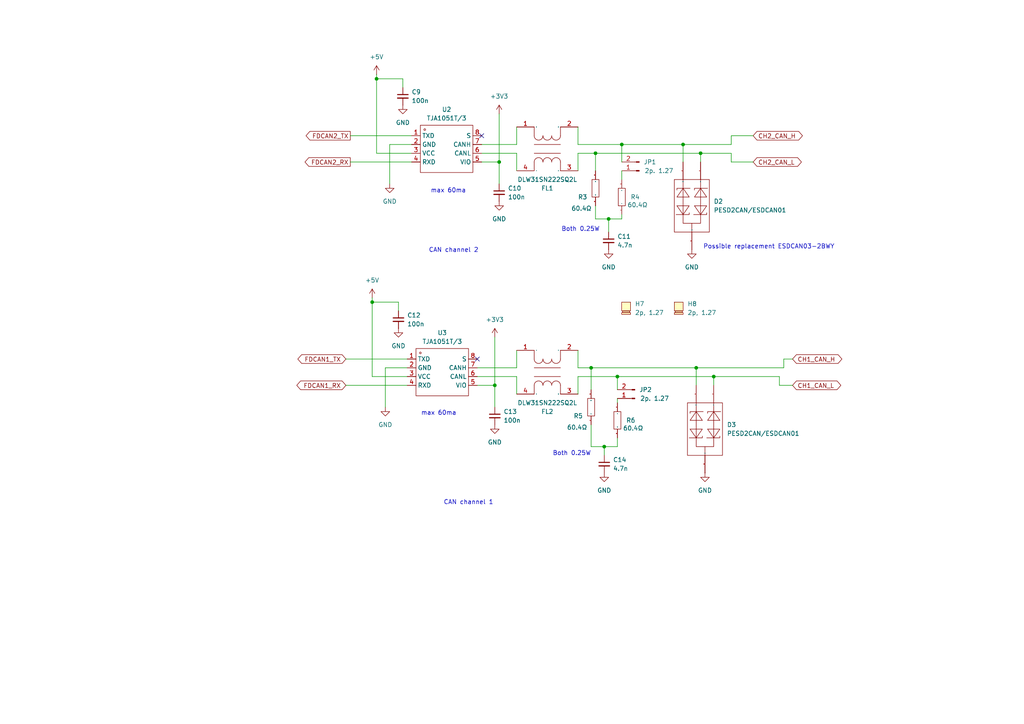
<source format=kicad_sch>
(kicad_sch (version 20250114) (generator "eeschema") (generator_version "9.0")
  (paper "A4")
  (title_block (title "Dual Channel CAN Logger") (rev "1.1"))
  (lib_symbols
    (symbol "Connector:Conn_01x02_Pin" (pin_names (offset 1.016) (hide yes))
      (property "Reference" "J" (at 0 2.54 0))
      (property "Value" "Conn_01x02_Pin" (at 0 -5.08 0))
      (symbol "Conn_01x02_Pin_1_1"
        (rectangle (start 0.8636 0.127) (end 0 -0.127) (stroke (width 0.1524)) (fill (type outline)))
        (rectangle (start 0.8636 -2.413) (end 0 -2.667) (stroke (width 0.1524)) (fill (type outline)))
        (polyline (pts (xy 1.27 0) (xy 0.8636 0)) (stroke (width 0.1524)))
        (polyline (pts (xy 1.27 -2.54) (xy 0.8636 -2.54)) (stroke (width 0.1524)))
        (pin passive line (at 5.08 0 180) (length 3.81) (name "Pin_1") (number "1"))
        (pin passive line (at 5.08 -2.54 180) (length 3.81) (name "Pin_2") (number "2"))
      )
    )
    (symbol "Device:C_Small" (pin_numbers (hide yes)) (pin_names (offset 0.254) (hide yes))
      (property "Reference" "C" (at 0.254 1.778 0))
      (property "Value" "C_Small" (at 0.254 -2.032 0))
      (symbol "C_Small_0_1"
        (polyline (pts (xy -1.524 0.508) (xy 1.524 0.508)) (stroke (width 0.3048)))
        (polyline (pts (xy -1.524 -0.508) (xy 1.524 -0.508)) (stroke (width 0.3302)))
      )
      (symbol "C_Small_1_1"
        (pin passive line (at 0 2.54 270) (length 2.032) (name "~") (number "1"))
        (pin passive line (at 0 -2.54 90) (length 2.032) (name "~") (number "2"))
      )
    )
    (symbol "EasyEDA_Lib:1206W4F604JT5E"
      (property "Reference" "R" (at 0 0 0))
      (symbol "1206W4F604JT5E_1_0"
        (rectangle (start -2.54 -1.016) (end 2.54 1.016))
        (pin input line (at -5.08 0 0) (length 2.54) (name "1") (number "1"))
        (pin input line (at 5.08 0 180) (length 2.54) (name "2") (number "2"))
      )
    )
    (symbol "EasyEDA_Lib:DLW31SN222SQ2L"
      (property "Reference" "FL" (at 0 0 0))
      (symbol "DLW31SN222SQ2L_1_0"
        (polyline (pts (xy -5.08 7.62) (xy -5.08 5.08)))
        (polyline (pts (xy -5.08 2.54) (xy 2.54 2.54)))
        (polyline (pts (xy -5.08 0) (xy 2.54 0)))
        (polyline (pts (xy -5.08 -5.08) (xy -5.08 -2.54)))
        (arc (start -2.54 5.08) (mid -3.81 3.81) (end -5.08 5.08))
        (arc (start -5.08 -2.54) (mid -3.81 -1.27) (end -2.54 -2.54))
        (arc (start 0 5.08) (mid -1.27 3.81) (end -2.54 5.08))
        (arc (start -2.54 -2.54) (mid -1.27 -1.27) (end 0 -2.54))
        (arc (start 2.54 5.08) (mid 1.27 3.81) (end 0 5.08))
        (arc (start 0 -2.54) (mid 1.27 -1.27) (end 2.54 -2.54))
        (polyline (pts (xy 2.54 7.62) (xy 2.54 5.08)))
        (polyline (pts (xy 2.54 -5.08) (xy 2.54 -2.54)))
        (pin unspecified line (at -10.16 7.62 0) (length 5.08) (name "4") (number "4"))
        (pin unspecified line (at -10.16 -5.08 0) (length 5.08) (name "1") (number "1"))
        (pin unspecified line (at 7.62 7.62 180) (length 5.08) (name "3") (number "3"))
        (pin unspecified line (at 7.62 -5.08 180) (length 5.08) (name "2") (number "2"))
      )
    )
    (symbol "EasyEDA_Lib:PESD2CAN,215"
      (property "Reference" "D" (at 0 0 0))
      (symbol "PESD2CAN,215_1_0"
        (rectangle (start -7.62 5.08) (end 7.62 -5.08))
        (polyline (pts (xy -7.62 2.54) (xy 5.08 2.54) (xy 5.08 2.54) (xy 5.08 -2.54) (xy 5.08 -2.54) (xy -7.62 -2.54)))
        (polyline (pts (xy -5.08 4.572) (xy -5.08 0.762) (xy -5.08 0.762) (xy -4.572 0.762)))
        (polyline (pts (xy -5.08 -0.508) (xy -5.08 -4.318) (xy -5.08 -4.318) (xy -4.572 -4.318)))
        (polyline (pts (xy -2.54 4.318) (xy -5.08 2.54) (xy -5.08 2.54) (xy -2.54 0.762) (xy -2.54 0.762) (xy -2.54 4.318)))
        (polyline (pts (xy -2.54 -0.762) (xy -5.08 -2.54) (xy -5.08 -2.54) (xy -2.54 -4.318) (xy -2.54 -4.318) (xy -2.54 -0.762)))
        (polyline (pts (xy 0 0.762) (xy 2.54 2.54) (xy 2.54 2.54) (xy 0 4.318) (xy 0 4.318) (xy 0 0.762)))
        (polyline (pts (xy 0 -4.318) (xy 2.54 -2.54) (xy 2.54 -2.54) (xy 0 -0.762) (xy 0 -0.762) (xy 0 -4.318)))
        (polyline (pts (xy 2.54 0.508) (xy 2.54 4.318) (xy 2.54 4.318) (xy 2.032 4.318)))
        (polyline (pts (xy 2.54 -4.572) (xy 2.54 -0.762) (xy 2.54 -0.762) (xy 2.032 -0.762)))
        (polyline (pts (xy 7.62 0) (xy 5.08 0)))
        (pin unspecified line (at -12.7 2.54 0) (length 5.08) (name "1") (number "1"))
        (pin unspecified line (at -12.7 -2.54 0) (length 5.08) (name "2") (number "2"))
        (pin unspecified line (at 12.7 0 180) (length 5.08) (name "3") (number "3"))
      )
    )
    (symbol "EasyEDA_Lib:TJA1051T/3/1J"
      (property "Reference" "U" (at 0 0 0))
      (symbol "TJA1051T/3/1J_1_0"
        (rectangle (start -7.62 -6.858) (end 7.62 6.858))
        (circle (center -6.35 5.588) (radius 0.254))
        (pin unspecified line (at -10.16 3.81 0) (length 2.54) (name "TXD") (number "1"))
        (pin unspecified line (at -10.16 1.27 0) (length 2.54) (name "GND") (number "2"))
        (pin unspecified line (at -10.16 -1.27 0) (length 2.54) (name "VCC") (number "3"))
        (pin unspecified line (at -10.16 -3.81 0) (length 2.54) (name "RXD") (number "4"))
        (pin unspecified line (at 10.16 3.81 180) (length 2.54) (name "S") (number "8"))
        (pin unspecified line (at 10.16 1.27 180) (length 2.54) (name "CANH") (number "7"))
        (pin unspecified line (at 10.16 -1.27 180) (length 2.54) (name "CANL") (number "6"))
        (pin unspecified line (at 10.16 -3.81 180) (length 2.54) (name "VIO") (number "5"))
      )
    )
    (symbol "canlogger_custom_lib:Jumper_Shunt" (on_board no)
      (property "Reference" "H" (at -1.778 2.286 0))
      (property "Value" "Jumper_Shunt" (at 0 -3.302 0))
      (symbol "Jumper_Shunt_1_1"
        (rectangle (start -1.27 1.27) (end 1.27 -1.27) (fill (type background)))
        (rectangle (start -1.27 -1.778) (end 1.27 -2.286) (fill (type background)))
        (rectangle (start -1.016 -1.27) (end 1.016 -1.778) (fill (type background)))
      )
    )
    (symbol "power:+3V3" (power) (pin_numbers (hide yes)) (pin_names (offset 0) (hide yes))
      (property "Value" "+3V3" (at 0 3.556 0))
      (symbol "+3V3_0_1"
        (polyline (pts (xy -0.762 1.27) (xy 0 2.54)))
        (polyline (pts (xy 0 2.54) (xy 0.762 1.27)))
        (polyline (pts (xy 0 0) (xy 0 2.54)))
      )
      (symbol "+3V3_1_1"
        (pin power_in line (at 0 0 90) (length 0) (name "~") (number "1"))
      )
    )
    (symbol "power:+5V" (power) (pin_numbers (hide yes)) (pin_names (offset 0) (hide yes))
      (property "Value" "+5V" (at 0 3.556 0))
      (symbol "+5V_0_1"
        (polyline (pts (xy -0.762 1.27) (xy 0 2.54)))
        (polyline (pts (xy 0 2.54) (xy 0.762 1.27)))
        (polyline (pts (xy 0 0) (xy 0 2.54)))
      )
      (symbol "+5V_1_1"
        (pin power_in line (at 0 0 90) (length 0) (name "~") (number "1"))
      )
    )
    (symbol "power:GND" (power) (pin_numbers (hide yes)) (pin_names (offset 0) (hide yes))
      (property "Value" "GND" (at 0 -3.81 0))
      (symbol "GND_0_1"
        (polyline (pts (xy 0 0) (xy 0 -1.27) (xy 1.27 -1.27) (xy 0 -2.54) (xy -1.27 -1.27) (xy 0 -1.27)))
      )
      (symbol "GND_1_1"
        (pin power_in line (at 0 0 270) (length 0) (name "~") (number "1"))
      )
    )
  )
  (text "Both 0.25W" (at 165.862 131.572 0) (effects (font (size 1.27 1.27))))
  (text "max 60ma" (at 127.254 119.888 0) (effects (font (size 1.27 1.27))))
  (text "CAN channel 2" (at 131.572 72.644 0) (effects (font (size 1.27 1.27))))
  (text "max 60ma" (at 130.048 55.372 0) (effects (font (size 1.27 1.27))))
  (text "Both 0.25W" (at 168.402 66.548 0) (effects (font (size 1.27 1.27))))
  (text "Possible replacement ESDCAN03-2BWY" (at 223.012 71.628 0) (effects (font (size 1.27 1.27))))
  (text "CAN channel 1" (at 135.89 145.796 0) (effects (font (size 1.27 1.27))))
  (junction (at 201.93 106.68))
  (junction (at 171.45 106.68))
  (junction (at 207.01 109.22))
  (junction (at 172.72 44.45))
  (junction (at 180.34 41.91))
  (junction (at 107.95 87.63))
  (junction (at 144.78 46.99))
  (junction (at 143.51 111.76))
  (junction (at 203.2 44.45))
  (junction (at 198.12 41.91))
  (junction (at 179.07 109.22))
  (junction (at 176.53 63.5))
  (junction (at 175.26 129.54))
  (junction (at 109.22 22.86))
  (no_connect (at 139.7 39.37))
  (no_connect (at 138.43 104.14))
  (wire (pts (xy 109.22 22.86) (xy 109.22 21.59)))
  (wire (pts (xy 167.64 41.91) (xy 180.34 41.91)))
  (wire (pts (xy 149.86 36.83) (xy 149.86 41.91)))
  (wire (pts (xy 226.06 111.76) (xy 226.06 109.22)))
  (wire (pts (xy 167.64 36.83) (xy 167.64 41.91)))
  (wire (pts (xy 149.86 106.68) (xy 138.43 106.68)))
  (wire (pts (xy 149.86 101.6) (xy 149.86 106.68)))
  (wire (pts (xy 101.6 46.99) (xy 119.38 46.99)))
  (wire (pts (xy 172.72 63.5) (xy 176.53 63.5)))
  (wire (pts (xy 113.03 41.91) (xy 113.03 53.34)))
  (wire (pts (xy 100.33 104.14) (xy 118.11 104.14)))
  (wire (pts (xy 175.26 129.54) (xy 175.26 132.08)))
  (wire (pts (xy 180.34 62.23) (xy 180.34 63.5)))
  (wire (pts (xy 143.51 97.79) (xy 143.51 111.76)))
  (wire (pts (xy 203.2 44.45) (xy 203.2 46.99)))
  (wire (pts (xy 167.64 101.6) (xy 167.64 106.68)))
  (wire (pts (xy 180.34 41.91) (xy 198.12 41.91)))
  (wire (pts (xy 109.22 44.45) (xy 109.22 22.86)))
  (wire (pts (xy 167.64 114.3) (xy 167.64 109.22)))
  (wire (pts (xy 179.07 129.54) (xy 179.07 127)))
  (wire (pts (xy 167.64 109.22) (xy 179.07 109.22)))
  (wire (pts (xy 218.44 46.99) (xy 212.09 46.99)))
  (wire (pts (xy 176.53 63.5) (xy 176.53 67.31)))
  (wire (pts (xy 149.86 109.22) (xy 149.86 114.3)))
  (wire (pts (xy 172.72 44.45) (xy 172.72 49.53)))
  (wire (pts (xy 212.09 46.99) (xy 212.09 44.45)))
  (wire (pts (xy 171.45 129.54) (xy 175.26 129.54)))
  (wire (pts (xy 207.01 109.22) (xy 207.01 111.76)))
  (wire (pts (xy 198.12 41.91) (xy 212.09 41.91)))
  (wire (pts (xy 107.95 87.63) (xy 107.95 86.36)))
  (wire (pts (xy 171.45 123.19) (xy 171.45 129.54)))
  (wire (pts (xy 116.84 25.4) (xy 116.84 22.86)))
  (wire (pts (xy 167.64 106.68) (xy 171.45 106.68)))
  (wire (pts (xy 179.07 115.57) (xy 179.07 116.84)))
  (wire (pts (xy 119.38 44.45) (xy 109.22 44.45)))
  (wire (pts (xy 144.78 33.02) (xy 144.78 46.99)))
  (wire (pts (xy 179.07 109.22) (xy 179.07 113.03)))
  (wire (pts (xy 118.11 106.68) (xy 111.76 106.68)))
  (wire (pts (xy 229.87 104.14) (xy 227.33 104.14)))
  (wire (pts (xy 115.57 87.63) (xy 107.95 87.63)))
  (wire (pts (xy 149.86 41.91) (xy 139.7 41.91)))
  (wire (pts (xy 226.06 109.22) (xy 207.01 109.22)))
  (wire (pts (xy 167.64 44.45) (xy 172.72 44.45)))
  (wire (pts (xy 212.09 39.37) (xy 212.09 41.91)))
  (wire (pts (xy 107.95 109.22) (xy 107.95 87.63)))
  (wire (pts (xy 143.51 111.76) (xy 138.43 111.76)))
  (wire (pts (xy 198.12 41.91) (xy 198.12 46.99)))
  (wire (pts (xy 171.45 106.68) (xy 171.45 113.03)))
  (wire (pts (xy 144.78 46.99) (xy 139.7 46.99)))
  (wire (pts (xy 180.34 63.5) (xy 176.53 63.5)))
  (wire (pts (xy 118.11 109.22) (xy 107.95 109.22)))
  (wire (pts (xy 201.93 106.68) (xy 201.93 111.76)))
  (wire (pts (xy 203.2 44.45) (xy 212.09 44.45)))
  (wire (pts (xy 171.45 106.68) (xy 201.93 106.68)))
  (wire (pts (xy 172.72 59.69) (xy 172.72 63.5)))
  (wire (pts (xy 227.33 104.14) (xy 227.33 106.68)))
  (wire (pts (xy 111.76 106.68) (xy 111.76 118.11)))
  (wire (pts (xy 212.09 39.37) (xy 218.44 39.37)))
  (wire (pts (xy 180.34 49.53) (xy 180.34 52.07)))
  (wire (pts (xy 139.7 44.45) (xy 149.86 44.45)))
  (wire (pts (xy 179.07 129.54) (xy 175.26 129.54)))
  (wire (pts (xy 179.07 109.22) (xy 207.01 109.22)))
  (wire (pts (xy 167.64 49.53) (xy 167.64 44.45)))
  (wire (pts (xy 119.38 41.91) (xy 113.03 41.91)))
  (wire (pts (xy 144.78 53.34) (xy 144.78 46.99)))
  (wire (pts (xy 227.33 106.68) (xy 201.93 106.68)))
  (wire (pts (xy 180.34 41.91) (xy 180.34 46.99)))
  (wire (pts (xy 172.72 44.45) (xy 203.2 44.45)))
  (wire (pts (xy 149.86 44.45) (xy 149.86 49.53)))
  (wire (pts (xy 101.6 39.37) (xy 119.38 39.37)))
  (wire (pts (xy 115.57 90.17) (xy 115.57 87.63)))
  (wire (pts (xy 116.84 22.86) (xy 109.22 22.86)))
  (wire (pts (xy 229.87 111.76) (xy 226.06 111.76)))
  (wire (pts (xy 143.51 118.11) (xy 143.51 111.76)))
  (wire (pts (xy 138.43 109.22) (xy 149.86 109.22)))
  (wire (pts (xy 100.33 111.76) (xy 118.11 111.76)))
  (global_label "CH2_CAN_L" (shape bidirectional) (at 218.44 46.99 0) (property "Intersheetrefs" "${INTERSHEET_REFS}" (effects (hide yes))))
  (global_label "FDCAN2_TX" (shape output) (at 101.6 39.37 180) (property "Intersheetrefs" "${INTERSHEET_REFS}" (effects (hide yes))))
  (global_label "CH1_CAN_L" (shape bidirectional) (at 229.87 111.76 0) (property "Intersheetrefs" "${INTERSHEET_REFS}" (effects (hide yes))))
  (global_label "FDCAN1_TX" (shape bidirectional) (at 100.33 104.14 180) (property "Intersheetrefs" "${INTERSHEET_REFS}" (effects (hide yes))))
  (global_label "FDCAN2_RX" (shape output) (at 101.6 46.99 180) (property "Intersheetrefs" "${INTERSHEET_REFS}" (effects (hide yes))))
  (global_label "CH2_CAN_H" (shape bidirectional) (at 218.44 39.37 0) (property "Intersheetrefs" "${INTERSHEET_REFS}" (effects (hide yes))))
  (global_label "CH1_CAN_H" (shape bidirectional) (at 229.87 104.14 0) (property "Intersheetrefs" "${INTERSHEET_REFS}" (effects (hide yes))))
  (global_label "FDCAN1_RX" (shape bidirectional) (at 100.33 111.76 180) (property "Intersheetrefs" "${INTERSHEET_REFS}" (effects (hide yes))))
  (symbol (lib_id "power:GND") (at 176.53 72.39 0) (unit 1)
    (property "Reference" "#PWR017" (effects (hide yes)))
    (property "Value" "GND" (at 176.53 77.47 0))
    (property "Description" "Power symbol creates a global label with name \"GND\" , ground" (effects (hide yes)))
  )
  (symbol (lib_id "power:+5V") (at 107.95 86.36 0) (unit 1)
    (property "Reference" "#PWR019" (effects (hide yes)))
    (property "Value" "+5V" (at 107.95 81.28 0))
    (property "Description" "Power symbol creates a global label with name \"+5V\"" (effects (hide yes)))
  )
  (symbol (lib_id "canlogger_custom_lib:Jumper_Shunt") (at 181.61 88.9 0) (unit 1) (on_board no)
    (property "Reference" "H7" (at 184.15 88.1379 0) (effects (justify left)))
    (property "Value" "2p, 1.27" (at 184.15 90.6779 0) (effects (justify left)))
    (property "Datasheet" "https://www.lcsc.com/datasheet/C150949.pdf" (effects (hide yes)))
    (property "Description" "Jumper, shunt" (effects (hide yes)))
    (property "LCSC Part Name" "C150949" (effects (hide yes)))
  )
  (symbol (lib_id "EasyEDA_Lib:DLW31SN222SQ2L") (at 160.02 106.68 0) (mirror x) (unit 1)
    (property "Reference" "FL2" (at 158.75 119.38 0))
    (property "Value" "DLW31SN222SQ2L" (at 158.75 116.84 0))
    (property "Footprint" "canlogger_custom_lib:FILTER-SMD_4P-L3.2-W1.6-BL_DLW31SN222SQ2L" (effects (hide yes)))
    (property "Datasheet" "https://item.szlcsc.com/datasheet/DLW31SN222SQ2L/92783.html" (effects (hide yes)))
    (property "Description" "Number of Lines:2 Voltage Withstand:125V Current Rating:200mA Impedance @ Frequency:2.2kΩ@100MHz Voltage Rating - DC:50V DC Resistance(DCR):1.2Ω Operating Temperature:-40°C~+85°C Operating Temperature:-40°C~+85°C Insulation Resistance(IR):10MΩ" (effects (hide yes)))
    (property "Manufacturer Part" "DLW31SN222SQ2L" (effects (hide yes)))
    (property "Manufacturer" "muRata(村田)" (effects (hide yes)))
    (property "Supplier Part" "C91594" (effects (hide yes)))
    (property "Supplier" "LCSC" (effects (hide yes)))
    (property "LCSC Part Name" "两路 贴片共模滤波器 阻抗2.2kΩ@100MHz" (effects (hide yes)))
  )
  (symbol (lib_id "EasyEDA_Lib:1206W4F604JT5E") (at 171.45 118.11 90) (unit 1)
    (property "Reference" "R5" (at 166.37 120.65 90) (effects (justify right)))
    (property "Value" "60.4Ω" (at 167.386 123.952 90))
    (property "Footprint" "EasyEDA_Lib:R1206" (effects (hide yes)))
    (property "Datasheet" "https://atta.szlcsc.com/upload/public/pdf/source/20200306/C422600_1E6D84923E4A46A82E41ADD87F860B5C.pdf" (effects (hide yes)))
    (property "Description" "Type:Thick Film Resistors Resistance:60.4Ω Tolerance:±1% Tolerance:±1% Power(Watts): Overload Voltage (Max): Temperature Coefficient:±200ppm/°C Temperature Coefficient:±200ppm/°C Operating Temperature Range:-55°C~+155°C Operating Temperature Range:-55°C~+155°C" (effects (hide yes)))
    (property "Manufacturer Part" "1206W4F604JT5E" (effects (hide yes)))
    (property "Manufacturer" "UNI-ROYAL(厚声)" (effects (hide yes)))
    (property "Supplier Part" "C57572" (effects (hide yes)))
    (property "Supplier" "LCSC" (effects (hide yes)))
    (property "LCSC Part Name" "60.4Ω ±1% 250mW 厚膜电阻" (effects (hide yes)))
  )
  (symbol (lib_id "Device:C_Small") (at 116.84 27.94 0) (unit 1)
    (property "Reference" "C9" (at 119.38 26.6762 0) (effects (justify left)))
    (property "Value" "100n" (at 119.38 29.2162 0) (effects (justify left)))
    (property "Footprint" "EasyEDA_Lib:C0603" (effects (hide yes)))
    (property "Description" "Unpolarized capacitor, small symbol" (effects (hide yes)))
    (property "Supplier" "LCSC" (effects (hide yes)))
    (property "Supplier Part" "C14663" (effects (hide yes)))
  )
  (symbol (lib_id "EasyEDA_Lib:DLW31SN222SQ2L") (at 160.02 41.91 0) (mirror x) (unit 1)
    (property "Reference" "FL1" (at 158.75 54.61 0))
    (property "Value" "DLW31SN222SQ2L" (at 158.75 52.07 0))
    (property "Footprint" "canlogger_custom_lib:FILTER-SMD_4P-L3.2-W1.6-BL_DLW31SN222SQ2L" (effects (hide yes)))
    (property "Datasheet" "https://item.szlcsc.com/datasheet/DLW31SN222SQ2L/92783.html" (effects (hide yes)))
    (property "Description" "Number of Lines:2 Voltage Withstand:125V Current Rating:200mA Impedance @ Frequency:2.2kΩ@100MHz Voltage Rating - DC:50V DC Resistance(DCR):1.2Ω Operating Temperature:-40°C~+85°C Operating Temperature:-40°C~+85°C Insulation Resistance(IR):10MΩ" (effects (hide yes)))
    (property "Manufacturer Part" "DLW31SN222SQ2L" (effects (hide yes)))
    (property "Manufacturer" "muRata(村田)" (effects (hide yes)))
    (property "Supplier Part" "C91594" (effects (hide yes)))
    (property "Supplier" "LCSC" (effects (hide yes)))
    (property "LCSC Part Name" "两路 贴片共模滤波器 阻抗2.2kΩ@100MHz" (effects (hide yes)))
  )
  (symbol (lib_id "EasyEDA_Lib:PESD2CAN,215") (at 200.66 59.69 270) (unit 1)
    (property "Reference" "D2" (at 207.01 58.4199 90) (effects (justify left)))
    (property "Value" "PESD2CAN/ESDCAN01" (at 207.01 60.9599 90) (effects (justify left)))
    (property "Footprint" "EasyEDA_Lib:SOT-23-3_L2.9-W1.3-P1.90-LS2.4-BR" (effects (hide yes)))
    (property "Datasheet" "https://item.szlcsc.com/datasheet/PESD2CAN%252C215/76300.html" (effects (hide yes)))
    (property "Description" "Polarity:Bidirectional Reverse Stand-Off Voltage (Vrwm):24V Clamping Voltage:41V Peak Pulse Current (Ipp):5A@8/20us Peak Pulse Power Dissipation (Ppp):230W@8/20us Voltage - Breakdown:28V Reverse Leakage Current (Ir):1nA Number of Channels:2 Operating Temp" (effects (hide yes)))
    (property "Manufacturer Part" "PESD2CAN,215" (effects (hide yes)))
    (property "Manufacturer" "Nexperia(安世)" (effects (hide yes)))
    (property "Supplier Part" "C75176" (effects (hide yes)))
    (property "Supplier" "LCSC" (effects (hide yes)))
    (property "LCSC Part Name" "双向ESD 24V截止 峰值脉冲电流：5A@8/20us" (effects (hide yes)))
  )
  (symbol (lib_id "power:GND") (at 143.51 123.19 0) (unit 1)
    (property "Reference" "#PWR023" (effects (hide yes)))
    (property "Value" "GND" (at 143.51 128.27 0))
    (property "Description" "Power symbol creates a global label with name \"GND\" , ground" (effects (hide yes)))
  )
  (symbol (lib_id "power:GND") (at 175.26 137.16 0) (unit 1)
    (property "Reference" "#PWR024" (effects (hide yes)))
    (property "Value" "GND" (at 175.26 142.24 0))
    (property "Description" "Power symbol creates a global label with name \"GND\" , ground" (effects (hide yes)))
  )
  (symbol (lib_id "power:GND") (at 200.66 72.39 0) (unit 1)
    (property "Reference" "#PWR018" (effects (hide yes)))
    (property "Value" "GND" (at 200.66 77.47 0))
    (property "Description" "Power symbol creates a global label with name \"GND\" , ground" (effects (hide yes)))
  )
  (symbol (lib_id "Device:C_Small") (at 115.57 92.71 0) (unit 1)
    (property "Reference" "C12" (at 118.11 91.4462 0) (effects (justify left)))
    (property "Value" "100n" (at 118.11 93.9862 0) (effects (justify left)))
    (property "Footprint" "EasyEDA_Lib:C0603" (effects (hide yes)))
    (property "Description" "Unpolarized capacitor, small symbol" (effects (hide yes)))
    (property "Supplier" "LCSC" (effects (hide yes)))
    (property "Supplier Part" "C14663" (effects (hide yes)))
  )
  (symbol (lib_id "EasyEDA_Lib:TJA1051T/3/1J") (at 129.54 43.18 0) (unit 1)
    (property "Reference" "U2" (at 129.54 31.75 0))
    (property "Value" "TJA1051T/3" (at 129.54 34.29 0))
    (property "Footprint" "EasyEDA_Lib:SOIC-8_L4.9-W3.9-P1.27-LS6.0-BL" (effects (hide yes)))
    (property "Datasheet" "https://www.nxp.com/docs/en/data-sheet/TJA1051.pdf" (effects (hide yes)))
    (property "Description" "Type: Data Rate:5Mbps Supply Voltage:4.5V~5.5V Supply Voltage:4.5V~5.5V Supply Current:5mA Operating Temperature:-40°C~+150°C Operating Temperature:-40°C~+150°C" (effects (hide yes)))
    (property "Manufacturer Part" "TJA1051T/3/1J" (effects (hide yes)))
    (property "Manufacturer" "NXP(恩智浦)" (effects (hide yes)))
    (property "Supplier Part" "C38695" (effects (hide yes)))
    (property "Supplier" "LCSC" (effects (hide yes)))
    (property "LCSC Part Name" "TJA1051T/3/1J" (effects (hide yes)))
  )
  (symbol (lib_id "Device:C_Small") (at 144.78 55.88 0) (unit 1)
    (property "Reference" "C10" (at 147.32 54.6162 0) (effects (justify left)))
    (property "Value" "100n" (at 147.32 57.1562 0) (effects (justify left)))
    (property "Footprint" "EasyEDA_Lib:C0603" (effects (hide yes)))
    (property "Description" "Unpolarized capacitor, small symbol" (effects (hide yes)))
    (property "Supplier" "LCSC" (effects (hide yes)))
    (property "Supplier Part" "C14663" (effects (hide yes)))
  )
  (symbol (lib_id "Connector:Conn_01x02_Pin") (at 184.15 115.57 180) (unit 1)
    (property "Reference" "JP2" (at 185.42 113.0299 0) (effects (justify right)))
    (property "Value" "2p. 1.27" (at 185.674 115.57 0) (effects (justify right)))
    (property "Footprint" "canlogger_custom_lib:PinHeader_1x02_P1.27mm_Vertical" (effects (hide yes)))
    (property "Description" "Generic connector, single row, 01x02, script generated" (effects (hide yes)))
  )
  (symbol (lib_id "Device:C_Small") (at 143.51 120.65 0) (unit 1)
    (property "Reference" "C13" (at 146.05 119.3862 0) (effects (justify left)))
    (property "Value" "100n" (at 146.05 121.9262 0) (effects (justify left)))
    (property "Footprint" "EasyEDA_Lib:C0603" (effects (hide yes)))
    (property "Description" "Unpolarized capacitor, small symbol" (effects (hide yes)))
    (property "Supplier" "LCSC" (effects (hide yes)))
    (property "Supplier Part" "C14663" (effects (hide yes)))
  )
  (symbol (lib_id "canlogger_custom_lib:Jumper_Shunt") (at 196.85 88.9 0) (unit 1) (on_board no)
    (property "Reference" "H8" (at 199.39 88.1379 0) (effects (justify left)))
    (property "Value" "2p, 1.27" (at 199.39 90.6779 0) (effects (justify left)))
    (property "Datasheet" "https://www.lcsc.com/datasheet/C150949.pdf" (effects (hide yes)))
    (property "Description" "Jumper, shunt" (effects (hide yes)))
    (property "LCSC Part Name" "C150949" (effects (hide yes)))
  )
  (symbol (lib_id "Device:C_Small") (at 175.26 134.62 0) (unit 1)
    (property "Reference" "C14" (at 177.8 133.3562 0) (effects (justify left)))
    (property "Value" "4.7n" (at 177.8 135.8962 0) (effects (justify left)))
    (property "Footprint" "EasyEDA_Lib:C0603" (effects (hide yes)))
    (property "Description" "Unpolarized capacitor, small symbol" (effects (hide yes)))
    (property "Supplier" "LCSC" (effects (hide yes)))
    (property "Supplier Part" "C53987" (effects (hide yes)))
  )
  (symbol (lib_id "power:GND") (at 116.84 30.48 0) (unit 1)
    (property "Reference" "#PWR013" (effects (hide yes)))
    (property "Value" "GND" (at 116.84 35.56 0))
    (property "Description" "Power symbol creates a global label with name \"GND\" , ground" (effects (hide yes)))
  )
  (symbol (lib_id "power:+3V3") (at 144.78 33.02 0) (unit 1)
    (property "Reference" "#PWR014" (effects (hide yes)))
    (property "Value" "+3V3" (at 144.78 27.94 0))
    (property "Description" "Power symbol creates a global label with name \"+3V3\"" (effects (hide yes)))
  )
  (symbol (lib_id "power:GND") (at 115.57 95.25 0) (unit 1)
    (property "Reference" "#PWR020" (effects (hide yes)))
    (property "Value" "GND" (at 115.57 100.33 0))
    (property "Description" "Power symbol creates a global label with name \"GND\" , ground" (effects (hide yes)))
  )
  (symbol (lib_id "Connector:Conn_01x02_Pin") (at 185.42 49.53 180) (unit 1)
    (property "Reference" "JP1" (at 186.69 46.9899 0) (effects (justify right)))
    (property "Value" "2p. 1.27" (at 186.944 49.53 0) (effects (justify right)))
    (property "Footprint" "canlogger_custom_lib:PinHeader_1x02_P1.27mm_Vertical" (effects (hide yes)))
    (property "Description" "Generic connector, single row, 01x02, script generated" (effects (hide yes)))
  )
  (symbol (lib_id "power:GND") (at 204.47 137.16 0) (unit 1)
    (property "Reference" "#PWR025" (effects (hide yes)))
    (property "Value" "GND" (at 204.47 142.24 0))
    (property "Description" "Power symbol creates a global label with name \"GND\" , ground" (effects (hide yes)))
  )
  (symbol (lib_id "power:GND") (at 144.78 58.42 0) (unit 1)
    (property "Reference" "#PWR016" (effects (hide yes)))
    (property "Value" "GND" (at 144.78 63.5 0))
    (property "Description" "Power symbol creates a global label with name \"GND\" , ground" (effects (hide yes)))
  )
  (symbol (lib_id "power:GND") (at 111.76 118.11 0) (unit 1)
    (property "Reference" "#PWR022" (effects (hide yes)))
    (property "Value" "GND" (at 111.76 123.19 0))
    (property "Description" "Power symbol creates a global label with name \"GND\" , ground" (effects (hide yes)))
  )
  (symbol (lib_id "power:+3V3") (at 143.51 97.79 0) (unit 1)
    (property "Reference" "#PWR021" (effects (hide yes)))
    (property "Value" "+3V3" (at 143.51 92.71 0))
    (property "Description" "Power symbol creates a global label with name \"+3V3\"" (effects (hide yes)))
  )
  (symbol (lib_id "EasyEDA_Lib:1206W4F604JT5E") (at 179.07 121.92 90) (unit 1)
    (property "Reference" "R6" (at 181.61 121.9199 90) (effects (justify right)))
    (property "Value" "60.4Ω" (at 183.642 124.206 90))
    (property "Footprint" "EasyEDA_Lib:R1206" (effects (hide yes)))
    (property "Datasheet" "https://atta.szlcsc.com/upload/public/pdf/source/20200306/C422600_1E6D84923E4A46A82E41ADD87F860B5C.pdf" (effects (hide yes)))
    (property "Description" "Type:Thick Film Resistors Resistance:60.4Ω Tolerance:±1% Tolerance:±1% Power(Watts): Overload Voltage (Max): Temperature Coefficient:±200ppm/°C Temperature Coefficient:±200ppm/°C Operating Temperature Range:-55°C~+155°C Operating Temperature Range:-55°C~+155°C" (effects (hide yes)))
    (property "Manufacturer Part" "1206W4F604JT5E" (effects (hide yes)))
    (property "Manufacturer" "UNI-ROYAL(厚声)" (effects (hide yes)))
    (property "Supplier Part" "C57572" (effects (hide yes)))
    (property "Supplier" "LCSC" (effects (hide yes)))
    (property "LCSC Part Name" "60.4Ω ±1% 250mW 厚膜电阻" (effects (hide yes)))
  )
  (symbol (lib_id "Device:C_Small") (at 176.53 69.85 0) (unit 1)
    (property "Reference" "C11" (at 179.07 68.5862 0) (effects (justify left)))
    (property "Value" "4.7n" (at 179.07 71.1262 0) (effects (justify left)))
    (property "Footprint" "EasyEDA_Lib:C0603" (effects (hide yes)))
    (property "Description" "Unpolarized capacitor, small symbol" (effects (hide yes)))
    (property "Supplier" "LCSC" (effects (hide yes)))
    (property "Supplier Part" "C53987" (effects (hide yes)))
  )
  (symbol (lib_id "power:GND") (at 113.03 53.34 0) (unit 1)
    (property "Reference" "#PWR015" (effects (hide yes)))
    (property "Value" "GND" (at 113.03 58.42 0))
    (property "Description" "Power symbol creates a global label with name \"GND\" , ground" (effects (hide yes)))
  )
  (symbol (lib_id "EasyEDA_Lib:TJA1051T/3/1J") (at 128.27 107.95 0) (unit 1)
    (property "Reference" "U3" (at 128.27 96.52 0))
    (property "Value" "TJA1051T/3" (at 128.27 99.06 0))
    (property "Footprint" "EasyEDA_Lib:SOIC-8_L4.9-W3.9-P1.27-LS6.0-BL" (effects (hide yes)))
    (property "Datasheet" "https://www.nxp.com/docs/en/data-sheet/TJA1051.pdf" (effects (hide yes)))
    (property "Description" "Type: Data Rate:5Mbps Supply Voltage:4.5V~5.5V Supply Voltage:4.5V~5.5V Supply Current:5mA Operating Temperature:-40°C~+150°C Operating Temperature:-40°C~+150°C" (effects (hide yes)))
    (property "Manufacturer Part" "TJA1051T/3/1J" (effects (hide yes)))
    (property "Manufacturer" "NXP(恩智浦)" (effects (hide yes)))
    (property "Supplier Part" "C38695" (effects (hide yes)))
    (property "Supplier" "LCSC" (effects (hide yes)))
    (property "LCSC Part Name" "TJA1051T/3/1J" (effects (hide yes)))
  )
  (symbol (lib_id "EasyEDA_Lib:1206W4F604JT5E") (at 180.34 57.15 90) (unit 1)
    (property "Reference" "R4" (at 182.88 57.1499 90) (effects (justify right)))
    (property "Value" "60.4Ω" (at 184.912 59.436 90))
    (property "Footprint" "EasyEDA_Lib:R1206" (effects (hide yes)))
    (property "Datasheet" "https://atta.szlcsc.com/upload/public/pdf/source/20200306/C422600_1E6D84923E4A46A82E41ADD87F860B5C.pdf" (effects (hide yes)))
    (property "Description" "Type:Thick Film Resistors Resistance:60.4Ω Tolerance:±1% Tolerance:±1% Power(Watts): Overload Voltage (Max): Temperature Coefficient:±200ppm/°C Temperature Coefficient:±200ppm/°C Operating Temperature Range:-55°C~+155°C Operating Temperature Range:-55°C~+155°C" (effects (hide yes)))
    (property "Manufacturer Part" "1206W4F604JT5E" (effects (hide yes)))
    (property "Manufacturer" "UNI-ROYAL(厚声)" (effects (hide yes)))
    (property "Supplier Part" "C57572" (effects (hide yes)))
    (property "Supplier" "LCSC" (effects (hide yes)))
    (property "LCSC Part Name" "60.4Ω ±1% 250mW 厚膜电阻" (effects (hide yes)))
  )
  (symbol (lib_id "EasyEDA_Lib:1206W4F604JT5E") (at 172.72 54.61 90) (unit 1)
    (property "Reference" "R3" (at 167.64 57.15 90) (effects (justify right)))
    (property "Value" "60.4Ω" (at 168.656 60.452 90))
    (property "Footprint" "EasyEDA_Lib:R1206" (effects (hide yes)))
    (property "Datasheet" "https://atta.szlcsc.com/upload/public/pdf/source/20200306/C422600_1E6D84923E4A46A82E41ADD87F860B5C.pdf" (effects (hide yes)))
    (property "Description" "Type:Thick Film Resistors Resistance:60.4Ω Tolerance:±1% Tolerance:±1% Power(Watts): Overload Voltage (Max): Temperature Coefficient:±200ppm/°C Temperature Coefficient:±200ppm/°C Operating Temperature Range:-55°C~+155°C Operating Temperature Range:-55°C~+155°C" (effects (hide yes)))
    (property "Manufacturer Part" "1206W4F604JT5E" (effects (hide yes)))
    (property "Manufacturer" "UNI-ROYAL(厚声)" (effects (hide yes)))
    (property "Supplier Part" "C57572" (effects (hide yes)))
    (property "Supplier" "LCSC" (effects (hide yes)))
    (property "LCSC Part Name" "60.4Ω ±1% 250mW 厚膜电阻" (effects (hide yes)))
  )
  (symbol (lib_id "EasyEDA_Lib:PESD2CAN,215") (at 204.47 124.46 270) (unit 1)
    (property "Reference" "D3" (at 210.82 123.1899 90) (effects (justify left)))
    (property "Value" "PESD2CAN/ESDCAN01" (at 210.82 125.7299 90) (effects (justify left)))
    (property "Footprint" "EasyEDA_Lib:SOT-23-3_L2.9-W1.3-P1.90-LS2.4-BR" (effects (hide yes)))
    (property "Datasheet" "https://item.szlcsc.com/datasheet/PESD2CAN%252C215/76300.html" (effects (hide yes)))
    (property "Description" "Polarity:Bidirectional Reverse Stand-Off Voltage (Vrwm):24V Clamping Voltage:41V Peak Pulse Current (Ipp):5A@8/20us Peak Pulse Power Dissipation (Ppp):230W@8/20us Voltage - Breakdown:28V Reverse Leakage Current (Ir):1nA Number of Channels:2 Operating Temp" (effects (hide yes)))
    (property "Manufacturer Part" "PESD2CAN,215" (effects (hide yes)))
    (property "Manufacturer" "Nexperia(安世)" (effects (hide yes)))
    (property "Supplier Part" "C75176" (effects (hide yes)))
    (property "Supplier" "LCSC" (effects (hide yes)))
    (property "LCSC Part Name" "双向ESD 24V截止 峰值脉冲电流：5A@8/20us" (effects (hide yes)))
  )
  (symbol (lib_id "power:+5V") (at 109.22 21.59 0) (unit 1)
    (property "Reference" "#PWR012" (effects (hide yes)))
    (property "Value" "+5V" (at 109.22 16.51 0))
    (property "Description" "Power symbol creates a global label with name \"+5V\"" (effects (hide yes)))
  )
)
</source>
